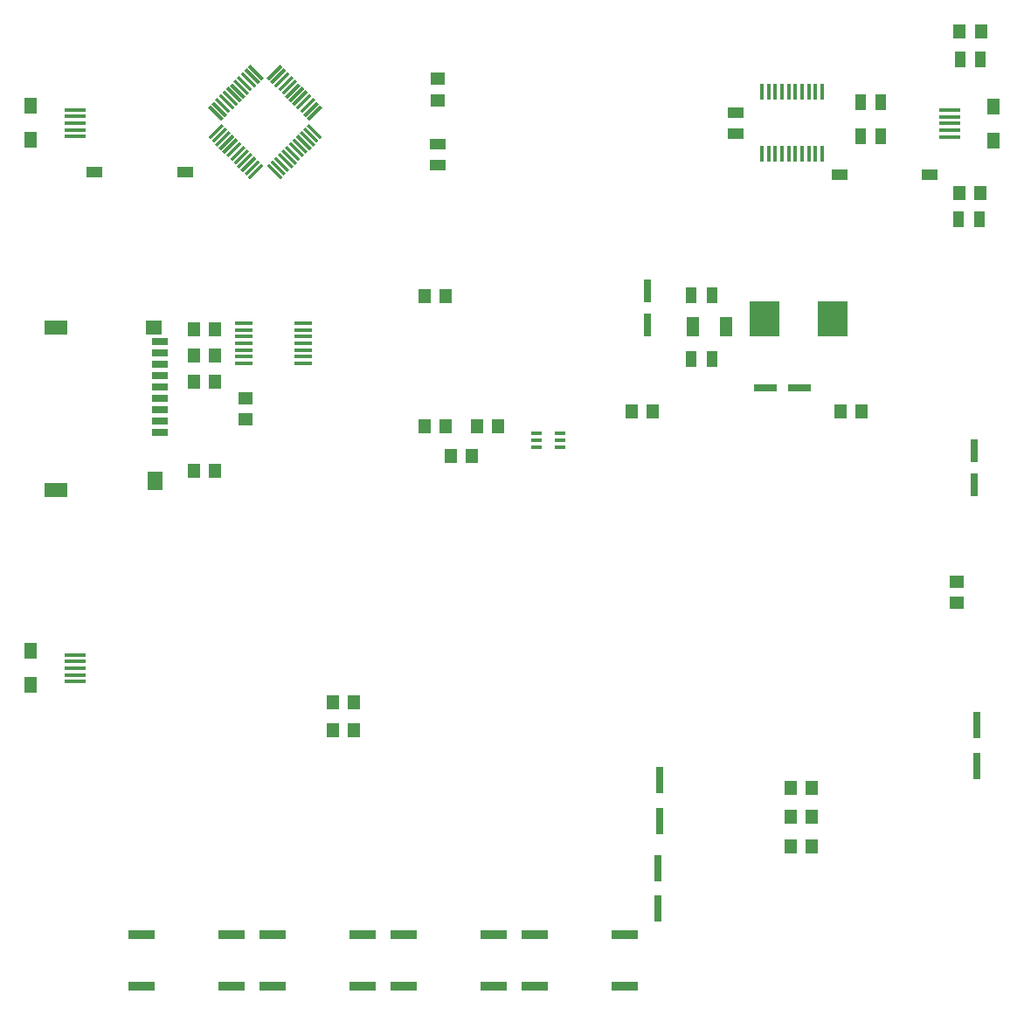
<source format=gtp>
G04 Layer: TopPasteMaskLayer*
G04 EasyEDA v6.3.22, 2020-04-16T16:32:26+08:00*
G04 928550df28224f32970c11639e6f1fd0,b166db8205ee484a91a1acb555850d7f,10*
G04 Gerber Generator version 0.2*
G04 Scale: 100 percent, Rotated: No, Reflected: No *
G04 Dimensions in millimeters *
G04 leading zeros omitted , absolute positions ,3 integer and 3 decimal *
%FSLAX33Y33*%
%MOMM*%
G90*
G71D02*

%ADD17R,1.524000X1.016000*%
%ADD18R,0.999998X1.550010*%
%ADD19R,1.550010X0.999998*%
%ADD20R,1.300480X1.399540*%
%ADD21R,1.999996X0.450012*%
%ADD22R,1.199896X1.599997*%
%ADD23R,0.399999X1.493520*%
%ADD24R,1.160018X1.450010*%
%ADD25R,1.450010X1.160018*%
%ADD26R,2.499360X0.899160*%
%ADD27R,1.599946X0.700024*%
%ADD28R,1.599946X1.400048*%
%ADD29R,2.199894X1.400048*%
%ADD30R,0.799998X2.199996*%
%ADD31R,0.799998X2.499995*%
%ADD32R,1.803400X0.406400*%
%ADD33R,0.999998X0.419989*%
%ADD35R,1.199998X1.899996*%
%ADD36R,1.399540X1.300480*%
%ADD37R,2.199996X0.799998*%
%ADD38R,2.999994X3.499993*%

%LPD*%
G54D17*
G01X89789Y82677D03*
G01X81038Y82677D03*
G54D18*
G01X92599Y78359D03*
G01X94598Y78359D03*
G54D19*
G01X70993Y86630D03*
G01X70993Y88629D03*
G54D20*
G01X94776Y96520D03*
G01X92675Y96520D03*
G54D18*
G01X83074Y89662D03*
G01X85073Y89662D03*
G01X85073Y86360D03*
G01X83074Y86360D03*
G01X92726Y93853D03*
G01X94725Y93853D03*
G54D21*
G01X91697Y88919D03*
G01X91697Y88269D03*
G01X91697Y87619D03*
G01X91697Y86969D03*
G01X91697Y86319D03*
G54D22*
G01X96008Y89225D03*
G01X95992Y85946D03*
G54D23*
G01X76775Y90678D03*
G01X76126Y90678D03*
G01X75475Y90678D03*
G01X74825Y90678D03*
G01X78724Y84681D03*
G01X78725Y90678D03*
G01X78074Y90678D03*
G01X77425Y90678D03*
G01X74175Y84675D03*
G01X74824Y84675D03*
G01X75475Y84675D03*
G01X76125Y84675D03*
G01X76775Y84675D03*
G01X77425Y84675D03*
G01X74175Y90678D03*
G01X78074Y84681D03*
G01X79375Y90678D03*
G01X73525Y90678D03*
G01X73525Y84675D03*
G01X79375Y84675D03*
G54D24*
G01X94742Y80899D03*
G01X92710Y80899D03*
G54D21*
G01X6981Y33508D03*
G01X6981Y34158D03*
G01X6981Y34808D03*
G01X6981Y35458D03*
G01X6981Y36108D03*
G54D22*
G01X2670Y33202D03*
G01X2686Y36481D03*
G54D24*
G01X42926Y70866D03*
G01X40894Y70866D03*
G54D25*
G01X23495Y60960D03*
G01X23495Y58928D03*
G54D24*
G01X18542Y65151D03*
G01X20574Y65151D03*
G01X18542Y62611D03*
G01X20574Y62611D03*
G01X20574Y67691D03*
G01X18542Y67691D03*
G54D26*
G01X13436Y8966D03*
G01X22123Y8966D03*
G01X13436Y3987D03*
G01X22123Y3987D03*
G01X51536Y8966D03*
G01X60223Y8966D03*
G01X51536Y3987D03*
G01X60223Y3987D03*
G01X38836Y8966D03*
G01X47523Y8966D03*
G01X38836Y3987D03*
G01X47523Y3987D03*
G01X26136Y8966D03*
G01X34823Y8966D03*
G01X26136Y3987D03*
G01X34823Y3987D03*
G54D27*
G01X15240Y57694D03*
G01X15240Y58793D03*
G01X15240Y59893D03*
G01X15240Y60994D03*
G01X15240Y62094D03*
G01X15240Y63193D03*
G01X15240Y64294D03*
G01X15240Y65394D03*
G01X15240Y66493D03*
G54D28*
G01X14640Y67793D03*
G54D29*
G01X5139Y67793D03*
G36*
G01X15439Y52094D02*
G01X14040Y52094D01*
G01X14040Y53893D01*
G01X15439Y53893D01*
G01X15439Y52094D01*
G37*
G01X5139Y52094D03*
G54D30*
G01X94107Y52578D03*
G01X94107Y55880D03*
G54D31*
G01X94361Y25336D03*
G01X94361Y29273D03*
G01X63627Y20002D03*
G01X63627Y23939D03*
G01X63500Y11493D03*
G01X63500Y15430D03*
G54D32*
G01X23317Y68275D03*
G01X23317Y67614D03*
G01X23317Y66979D03*
G01X23317Y66319D03*
G01X23317Y65659D03*
G01X23317Y65024D03*
G01X23317Y64363D03*
G01X29108Y64363D03*
G01X29108Y65024D03*
G01X29108Y65659D03*
G01X29108Y66319D03*
G01X29108Y66979D03*
G01X29108Y67614D03*
G01X29108Y68275D03*
G54D24*
G01X18542Y53975D03*
G01X20574Y53975D03*
G01X60960Y59690D03*
G01X62992Y59690D03*
G01X83185Y59690D03*
G01X81153Y59690D03*
G01X43434Y55372D03*
G01X45466Y55372D03*
G01X76327Y17526D03*
G01X78359Y17526D03*
G01X76327Y23241D03*
G01X78359Y23241D03*
G01X76327Y20447D03*
G01X78359Y20447D03*
G54D33*
G01X53937Y57545D03*
G01X53937Y56896D03*
G01X53937Y56246D03*
G01X51727Y56246D03*
G01X51727Y56896D03*
G01X51727Y57545D03*
G54D24*
G01X32004Y31496D03*
G01X34036Y31496D03*
G01X32004Y28829D03*
G01X34036Y28829D03*
G01X40894Y58293D03*
G01X42926Y58293D03*
G01X45974Y58293D03*
G01X48006Y58293D03*
G54D25*
G01X92456Y43180D03*
G01X92456Y41148D03*
G36*
G01X30949Y86311D02*
G01X30725Y86086D01*
G01X29441Y87370D01*
G01X29665Y87595D01*
G01X30949Y86311D01*
G37*
G36*
G01X30608Y85969D02*
G01X30384Y85745D01*
G01X29099Y87029D01*
G01X29324Y87254D01*
G01X30608Y85969D01*
G37*
G36*
G01X30249Y85610D02*
G01X30024Y85386D01*
G01X28740Y86670D01*
G01X28965Y86894D01*
G01X30249Y85610D01*
G37*
G36*
G01X29890Y85251D02*
G01X29665Y85027D01*
G01X28381Y86311D01*
G01X28605Y86535D01*
G01X29890Y85251D01*
G37*
G36*
G01X29530Y84892D02*
G01X29306Y84667D01*
G01X28022Y85951D01*
G01X28246Y86176D01*
G01X29530Y84892D01*
G37*
G36*
G01X29189Y84551D02*
G01X28965Y84326D01*
G01X27680Y85610D01*
G01X27905Y85835D01*
G01X29189Y84551D01*
G37*
G36*
G01X28830Y84191D02*
G01X28605Y83967D01*
G01X27321Y85251D01*
G01X27546Y85476D01*
G01X28830Y84191D01*
G37*
G36*
G01X28471Y83832D02*
G01X28246Y83608D01*
G01X26962Y84892D01*
G01X27187Y85116D01*
G01X28471Y83832D01*
G37*
G36*
G01X28129Y83491D02*
G01X27905Y83266D01*
G01X26621Y84551D01*
G01X26845Y84775D01*
G01X28129Y83491D01*
G37*
G36*
G01X27770Y83132D02*
G01X27546Y82907D01*
G01X26262Y84191D01*
G01X26486Y84416D01*
G01X27770Y83132D01*
G37*
G36*
G01X27411Y82772D02*
G01X27187Y82548D01*
G01X25902Y83832D01*
G01X26127Y84057D01*
G01X27411Y82772D01*
G37*
G36*
G01X27070Y82431D02*
G01X26845Y82207D01*
G01X25561Y83491D01*
G01X25786Y83715D01*
G01X27070Y82431D01*
G37*
G36*
G01X25013Y83715D02*
G01X25238Y83491D01*
G01X23954Y82207D01*
G01X23729Y82431D01*
G01X25013Y83715D01*
G37*
G36*
G01X24672Y84057D02*
G01X24897Y83832D01*
G01X23612Y82548D01*
G01X23388Y82772D01*
G01X24672Y84057D01*
G37*
G36*
G01X24313Y84416D02*
G01X24537Y84191D01*
G01X23253Y82907D01*
G01X23029Y83132D01*
G01X24313Y84416D01*
G37*
G36*
G01X23954Y84775D02*
G01X24178Y84551D01*
G01X22894Y83266D01*
G01X22670Y83491D01*
G01X23954Y84775D01*
G37*
G36*
G01X23594Y85134D02*
G01X23819Y84910D01*
G01X22535Y83626D01*
G01X22310Y83850D01*
G01X23594Y85134D01*
G37*
G36*
G01X23253Y85476D02*
G01X23478Y85251D01*
G01X22194Y83967D01*
G01X21969Y84191D01*
G01X23253Y85476D01*
G37*
G36*
G01X22894Y85835D02*
G01X23119Y85610D01*
G01X21834Y84326D01*
G01X21610Y84551D01*
G01X22894Y85835D01*
G37*
G36*
G01X22535Y86194D02*
G01X22759Y85969D01*
G01X21475Y84685D01*
G01X21251Y84910D01*
G01X22535Y86194D01*
G37*
G36*
G01X22194Y86535D02*
G01X22418Y86311D01*
G01X21134Y85027D01*
G01X20909Y85251D01*
G01X22194Y86535D01*
G37*
G36*
G01X21834Y86894D02*
G01X22059Y86670D01*
G01X20775Y85386D01*
G01X20550Y85610D01*
G01X21834Y86894D01*
G37*
G36*
G01X21475Y87254D02*
G01X21700Y87029D01*
G01X20415Y85745D01*
G01X20191Y85969D01*
G01X21475Y87254D01*
G37*
G36*
G01X21134Y87595D02*
G01X21358Y87370D01*
G01X20074Y86086D01*
G01X19850Y86311D01*
G01X21134Y87595D01*
G37*
G36*
G01X21358Y88143D02*
G01X21134Y87918D01*
G01X19850Y89202D01*
G01X20074Y89427D01*
G01X21358Y88143D01*
G37*
G36*
G01X21700Y88484D02*
G01X21475Y88259D01*
G01X20191Y89544D01*
G01X20415Y89768D01*
G01X21700Y88484D01*
G37*
G36*
G01X22059Y88843D02*
G01X21834Y88619D01*
G01X20550Y89903D01*
G01X20775Y90127D01*
G01X22059Y88843D01*
G37*
G36*
G01X22418Y89202D02*
G01X22194Y88978D01*
G01X20909Y90262D01*
G01X21134Y90486D01*
G01X22418Y89202D01*
G37*
G36*
G01X22759Y89544D02*
G01X22535Y89319D01*
G01X21251Y90603D01*
G01X21475Y90828D01*
G01X22759Y89544D01*
G37*
G36*
G01X23119Y89903D02*
G01X22894Y89678D01*
G01X21610Y90962D01*
G01X21834Y91187D01*
G01X23119Y89903D01*
G37*
G36*
G01X23478Y90262D02*
G01X23253Y90037D01*
G01X21969Y91322D01*
G01X22194Y91546D01*
G01X23478Y90262D01*
G37*
G36*
G01X23819Y90603D02*
G01X23594Y90379D01*
G01X22310Y91663D01*
G01X22535Y91887D01*
G01X23819Y90603D01*
G37*
G36*
G01X24178Y90962D02*
G01X23954Y90738D01*
G01X22670Y92022D01*
G01X22894Y92247D01*
G01X24178Y90962D01*
G37*
G36*
G01X24537Y91322D02*
G01X24313Y91097D01*
G01X23029Y92381D01*
G01X23253Y92606D01*
G01X24537Y91322D01*
G37*
G36*
G01X24897Y91681D02*
G01X24672Y91456D01*
G01X23388Y92741D01*
G01X23612Y92965D01*
G01X24897Y91681D01*
G37*
G36*
G01X25238Y92022D02*
G01X25013Y91798D01*
G01X23729Y93082D01*
G01X23954Y93306D01*
G01X25238Y92022D01*
G37*
G36*
G01X26845Y93306D02*
G01X27070Y93082D01*
G01X25786Y91798D01*
G01X25561Y92022D01*
G01X26845Y93306D01*
G37*
G36*
G01X27187Y92965D02*
G01X27411Y92741D01*
G01X26127Y91456D01*
G01X25902Y91681D01*
G01X27187Y92965D01*
G37*
G36*
G01X27546Y92606D02*
G01X27770Y92381D01*
G01X26486Y91097D01*
G01X26262Y91322D01*
G01X27546Y92606D01*
G37*
G36*
G01X27905Y92247D02*
G01X28129Y92022D01*
G01X26845Y90738D01*
G01X26621Y90962D01*
G01X27905Y92247D01*
G37*
G36*
G01X28246Y91905D02*
G01X28471Y91681D01*
G01X27187Y90397D01*
G01X26962Y90621D01*
G01X28246Y91905D01*
G37*
G36*
G01X28605Y91546D02*
G01X28830Y91322D01*
G01X27546Y90037D01*
G01X27321Y90262D01*
G01X28605Y91546D01*
G37*
G36*
G01X28965Y91187D02*
G01X29189Y90962D01*
G01X27905Y89678D01*
G01X27680Y89903D01*
G01X28965Y91187D01*
G37*
G36*
G01X29306Y90846D02*
G01X29530Y90621D01*
G01X28246Y89337D01*
G01X28022Y89562D01*
G01X29306Y90846D01*
G37*
G36*
G01X29665Y90486D02*
G01X29890Y90262D01*
G01X28605Y88978D01*
G01X28381Y89202D01*
G01X29665Y90486D01*
G37*
G36*
G01X30024Y90127D02*
G01X30249Y89903D01*
G01X28965Y88619D01*
G01X28740Y88843D01*
G01X30024Y90127D01*
G37*
G36*
G01X30384Y89768D02*
G01X30608Y89544D01*
G01X29324Y88259D01*
G01X29099Y88484D01*
G01X30384Y89768D01*
G37*
G36*
G01X30725Y89427D02*
G01X30949Y89202D01*
G01X29665Y87918D01*
G01X29441Y88143D01*
G01X30725Y89427D01*
G37*
G54D17*
G01X8890Y82931D03*
G01X17640Y82931D03*
G54D35*
G01X70053Y67945D03*
G01X66853Y67945D03*
G54D36*
G01X42164Y89881D03*
G01X42164Y91982D03*
G54D21*
G01X6981Y86340D03*
G01X6981Y86990D03*
G01X6981Y87640D03*
G01X6981Y88290D03*
G01X6981Y88940D03*
G54D22*
G01X2670Y86034D03*
G01X2686Y89313D03*
G54D30*
G01X62484Y68072D03*
G01X62484Y71374D03*
G54D37*
G01X77216Y61976D03*
G01X73914Y61976D03*
G54D38*
G01X73787Y68707D03*
G01X80391Y68707D03*
G54D18*
G01X68690Y64770D03*
G01X66691Y64770D03*
G54D19*
G01X42164Y83582D03*
G01X42164Y85581D03*
G54D18*
G01X68690Y70993D03*
G01X66691Y70993D03*
M00*
M02*

</source>
